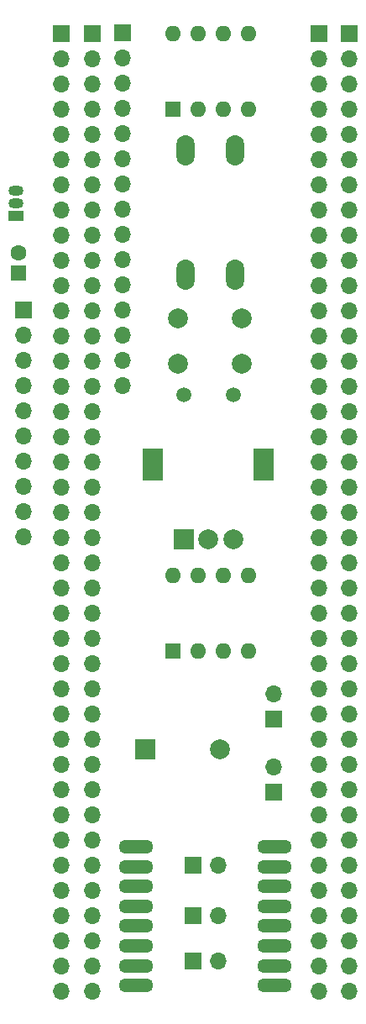
<source format=gts>
G04 #@! TF.GenerationSoftware,KiCad,Pcbnew,7.0.7*
G04 #@! TF.CreationDate,2023-09-13T10:23:32-04:00*
G04 #@! TF.ProjectId,sensor_node,73656e73-6f72-45f6-9e6f-64652e6b6963,rev?*
G04 #@! TF.SameCoordinates,Original*
G04 #@! TF.FileFunction,Soldermask,Top*
G04 #@! TF.FilePolarity,Negative*
%FSLAX46Y46*%
G04 Gerber Fmt 4.6, Leading zero omitted, Abs format (unit mm)*
G04 Created by KiCad (PCBNEW 7.0.7) date 2023-09-13 10:23:32*
%MOMM*%
%LPD*%
G01*
G04 APERTURE LIST*
%ADD10R,1.700000X1.700000*%
%ADD11O,1.700000X1.700000*%
%ADD12R,1.600000X1.600000*%
%ADD13O,1.600000X1.600000*%
%ADD14R,2.000000X2.000000*%
%ADD15C,2.000000*%
%ADD16R,1.500000X1.050000*%
%ADD17O,1.500000X1.050000*%
%ADD18C,1.500000*%
%ADD19R,2.000000X3.200000*%
%ADD20O,3.500000X1.350000*%
%ADD21C,1.600000*%
%ADD22O,1.850000X3.048000*%
G04 APERTURE END LIST*
D10*
X154686000Y-115062000D03*
D11*
X154686000Y-112522000D03*
D10*
X139446000Y-38557200D03*
D11*
X139446000Y-41097200D03*
X139446000Y-43637200D03*
X139446000Y-46177200D03*
X139446000Y-48717200D03*
X139446000Y-51257200D03*
X139446000Y-53797200D03*
X139446000Y-56337200D03*
X139446000Y-58877200D03*
X139446000Y-61417200D03*
X139446000Y-63957200D03*
X139446000Y-66497200D03*
X139446000Y-69037200D03*
X139446000Y-71577200D03*
X139446000Y-74117200D03*
D10*
X133315000Y-38590000D03*
D11*
X133315000Y-41130000D03*
X133315000Y-43670000D03*
X133315000Y-46210000D03*
X133315000Y-48750000D03*
X133315000Y-51290000D03*
X133315000Y-53830000D03*
X133315000Y-56370000D03*
X133315000Y-58910000D03*
X133315000Y-61450000D03*
X133315000Y-63990000D03*
X133315000Y-66530000D03*
X133315000Y-69070000D03*
X133315000Y-71610000D03*
X133315000Y-74150000D03*
X133315000Y-76690000D03*
X133315000Y-79230000D03*
X133315000Y-81770000D03*
X133315000Y-84310000D03*
X133315000Y-86850000D03*
X133315000Y-89390000D03*
X133315000Y-91930000D03*
X133315000Y-94470000D03*
X133315000Y-97010000D03*
X133315000Y-99550000D03*
X133315000Y-102090000D03*
X133315000Y-104630000D03*
X133315000Y-107170000D03*
X133315000Y-109710000D03*
X133315000Y-112250000D03*
X133315000Y-114790000D03*
X133315000Y-117330000D03*
X133315000Y-119870000D03*
X133315000Y-122410000D03*
X133315000Y-124950000D03*
X133315000Y-127490000D03*
X133315000Y-130030000D03*
X133315000Y-132570000D03*
X133315000Y-135110000D03*
D10*
X162340000Y-38590000D03*
D11*
X162340000Y-41130000D03*
X162340000Y-43670000D03*
X162340000Y-46210000D03*
X162340000Y-48750000D03*
X162340000Y-51290000D03*
X162340000Y-53830000D03*
X162340000Y-56370000D03*
X162340000Y-58910000D03*
X162340000Y-61450000D03*
X162340000Y-63990000D03*
X162340000Y-66530000D03*
X162340000Y-69070000D03*
X162340000Y-71610000D03*
X162340000Y-74150000D03*
X162340000Y-76690000D03*
X162340000Y-79230000D03*
X162340000Y-81770000D03*
X162340000Y-84310000D03*
X162340000Y-86850000D03*
X162340000Y-89390000D03*
X162340000Y-91930000D03*
X162340000Y-94470000D03*
X162340000Y-97010000D03*
X162340000Y-99550000D03*
X162340000Y-102090000D03*
X162340000Y-104630000D03*
X162340000Y-107170000D03*
X162340000Y-109710000D03*
X162340000Y-112250000D03*
X162340000Y-114790000D03*
X162340000Y-117330000D03*
X162340000Y-119870000D03*
X162340000Y-122410000D03*
X162340000Y-124950000D03*
X162340000Y-127490000D03*
X162340000Y-130030000D03*
X162340000Y-132570000D03*
X162340000Y-135110000D03*
D12*
X144526000Y-100838000D03*
D13*
X147066000Y-100838000D03*
X149606000Y-100838000D03*
X152146000Y-100838000D03*
X152146000Y-93218000D03*
X149606000Y-93218000D03*
X147066000Y-93218000D03*
X144526000Y-93218000D03*
D14*
X141742000Y-110744000D03*
D15*
X149342000Y-110744000D03*
D16*
X128750000Y-57000000D03*
D17*
X128750000Y-55730000D03*
X128750000Y-54460000D03*
D18*
X145622000Y-75042000D03*
X150622000Y-75042000D03*
D14*
X145622000Y-89542000D03*
D15*
X150622000Y-89542000D03*
X148122000Y-89542000D03*
D19*
X142522000Y-82042000D03*
X153722000Y-82042000D03*
D10*
X146558000Y-132108000D03*
D11*
X149098000Y-132108000D03*
D10*
X129500000Y-66470000D03*
D11*
X129500000Y-69010000D03*
X129500000Y-71550000D03*
X129500000Y-74090000D03*
X129500000Y-76630000D03*
X129500000Y-79170000D03*
X129500000Y-81710000D03*
X129500000Y-84250000D03*
X129500000Y-86790000D03*
X129500000Y-89330000D03*
D20*
X154798000Y-134568000D03*
X154798000Y-132568000D03*
X154798000Y-130568000D03*
X154798000Y-128568000D03*
X154798000Y-126568000D03*
X154798000Y-124568000D03*
X154798000Y-122568000D03*
X154798000Y-120568000D03*
X140804000Y-134568000D03*
X140804000Y-132568000D03*
X140804000Y-130568000D03*
X140804000Y-128568000D03*
X140804000Y-126568000D03*
X140804000Y-124568000D03*
X140804000Y-122568000D03*
X140804000Y-120568000D03*
D10*
X154686000Y-107696000D03*
D11*
X154686000Y-105156000D03*
D12*
X144526000Y-46228000D03*
D13*
X147066000Y-46228000D03*
X149606000Y-46228000D03*
X152146000Y-46228000D03*
X152146000Y-38608000D03*
X149606000Y-38608000D03*
X147066000Y-38608000D03*
X144526000Y-38608000D03*
D10*
X146558000Y-127508000D03*
D11*
X149098000Y-127508000D03*
D12*
X129000000Y-62750000D03*
D21*
X129000000Y-60750000D03*
D10*
X146558000Y-122428000D03*
D11*
X149098000Y-122428000D03*
D22*
X145836000Y-62882000D03*
X145836000Y-50382000D03*
X150836000Y-62882000D03*
X150836000Y-50382000D03*
D15*
X151535200Y-71846000D03*
X145035200Y-71846000D03*
X151535200Y-67346000D03*
X145035200Y-67346000D03*
D10*
X136398000Y-38608000D03*
D11*
X136398000Y-41148000D03*
X136398000Y-43688000D03*
X136398000Y-46228000D03*
X136398000Y-48768000D03*
X136398000Y-51308000D03*
X136398000Y-53848000D03*
X136398000Y-56388000D03*
X136398000Y-58928000D03*
X136398000Y-61468000D03*
X136398000Y-64008000D03*
X136398000Y-66548000D03*
X136398000Y-69088000D03*
X136398000Y-71628000D03*
X136398000Y-74168000D03*
X136398000Y-76708000D03*
X136398000Y-79248000D03*
X136398000Y-81788000D03*
X136398000Y-84328000D03*
X136398000Y-86868000D03*
X136398000Y-89408000D03*
X136398000Y-91948000D03*
X136398000Y-94488000D03*
X136398000Y-97028000D03*
X136398000Y-99568000D03*
X136398000Y-102108000D03*
X136398000Y-104648000D03*
X136398000Y-107188000D03*
X136398000Y-109728000D03*
X136398000Y-112268000D03*
X136398000Y-114808000D03*
X136398000Y-117348000D03*
X136398000Y-119888000D03*
X136398000Y-122428000D03*
X136398000Y-124968000D03*
X136398000Y-127508000D03*
X136398000Y-130048000D03*
X136398000Y-132588000D03*
X136398000Y-135128000D03*
D10*
X159258000Y-38608000D03*
D11*
X159258000Y-41148000D03*
X159258000Y-43688000D03*
X159258000Y-46228000D03*
X159258000Y-48768000D03*
X159258000Y-51308000D03*
X159258000Y-53848000D03*
X159258000Y-56388000D03*
X159258000Y-58928000D03*
X159258000Y-61468000D03*
X159258000Y-64008000D03*
X159258000Y-66548000D03*
X159258000Y-69088000D03*
X159258000Y-71628000D03*
X159258000Y-74168000D03*
X159258000Y-76708000D03*
X159258000Y-79248000D03*
X159258000Y-81788000D03*
X159258000Y-84328000D03*
X159258000Y-86868000D03*
X159258000Y-89408000D03*
X159258000Y-91948000D03*
X159258000Y-94488000D03*
X159258000Y-97028000D03*
X159258000Y-99568000D03*
X159258000Y-102108000D03*
X159258000Y-104648000D03*
X159258000Y-107188000D03*
X159258000Y-109728000D03*
X159258000Y-112268000D03*
X159258000Y-114808000D03*
X159258000Y-117348000D03*
X159258000Y-119888000D03*
X159258000Y-122428000D03*
X159258000Y-124968000D03*
X159258000Y-127508000D03*
X159258000Y-130048000D03*
X159258000Y-132588000D03*
X159258000Y-135128000D03*
M02*

</source>
